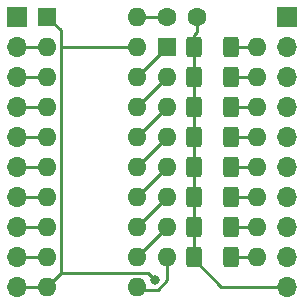
<source format=gtl>
G04 #@! TF.GenerationSoftware,KiCad,Pcbnew,(6.0.7-1)-1*
G04 #@! TF.CreationDate,2022-08-10T01:22:39+02:00*
G04 #@! TF.ProjectId,led_bar,6c65645f-6261-4722-9e6b-696361645f70,rev?*
G04 #@! TF.SameCoordinates,Original*
G04 #@! TF.FileFunction,Copper,L1,Top*
G04 #@! TF.FilePolarity,Positive*
%FSLAX46Y46*%
G04 Gerber Fmt 4.6, Leading zero omitted, Abs format (unit mm)*
G04 Created by KiCad (PCBNEW (6.0.7-1)-1) date 2022-08-10 01:22:39*
%MOMM*%
%LPD*%
G01*
G04 APERTURE LIST*
G04 Aperture macros list*
%AMRoundRect*
0 Rectangle with rounded corners*
0 $1 Rounding radius*
0 $2 $3 $4 $5 $6 $7 $8 $9 X,Y pos of 4 corners*
0 Add a 4 corners polygon primitive as box body*
4,1,4,$2,$3,$4,$5,$6,$7,$8,$9,$2,$3,0*
0 Add four circle primitives for the rounded corners*
1,1,$1+$1,$2,$3*
1,1,$1+$1,$4,$5*
1,1,$1+$1,$6,$7*
1,1,$1+$1,$8,$9*
0 Add four rect primitives between the rounded corners*
20,1,$1+$1,$2,$3,$4,$5,0*
20,1,$1+$1,$4,$5,$6,$7,0*
20,1,$1+$1,$6,$7,$8,$9,0*
20,1,$1+$1,$8,$9,$2,$3,0*%
G04 Aperture macros list end*
G04 #@! TA.AperFunction,SMDPad,CuDef*
%ADD10RoundRect,0.250000X0.400000X0.625000X-0.400000X0.625000X-0.400000X-0.625000X0.400000X-0.625000X0*%
G04 #@! TD*
G04 #@! TA.AperFunction,ComponentPad*
%ADD11C,1.600000*%
G04 #@! TD*
G04 #@! TA.AperFunction,ComponentPad*
%ADD12R,1.600000X1.600000*%
G04 #@! TD*
G04 #@! TA.AperFunction,ComponentPad*
%ADD13O,1.600000X1.600000*%
G04 #@! TD*
G04 #@! TA.AperFunction,ComponentPad*
%ADD14R,1.700000X1.700000*%
G04 #@! TD*
G04 #@! TA.AperFunction,ComponentPad*
%ADD15O,1.700000X1.700000*%
G04 #@! TD*
G04 #@! TA.AperFunction,ViaPad*
%ADD16C,0.800000*%
G04 #@! TD*
G04 #@! TA.AperFunction,Conductor*
%ADD17C,0.250000*%
G04 #@! TD*
G04 APERTURE END LIST*
D10*
X157760000Y-142240000D03*
X154660000Y-142240000D03*
D11*
X152400000Y-124460000D03*
X154900000Y-124460000D03*
D12*
X152400000Y-127000000D03*
D13*
X152400000Y-129540000D03*
X152400000Y-132080000D03*
X152400000Y-134620000D03*
X152400000Y-137160000D03*
X152400000Y-139700000D03*
X152400000Y-142240000D03*
X152400000Y-144780000D03*
X160020000Y-144780000D03*
X160020000Y-142240000D03*
X160020000Y-139700000D03*
X160020000Y-137160000D03*
X160020000Y-134620000D03*
X160020000Y-132080000D03*
X160020000Y-129540000D03*
X160020000Y-127000000D03*
D12*
X142240000Y-124460000D03*
D13*
X142240000Y-127000000D03*
X142240000Y-129540000D03*
X142240000Y-132080000D03*
X142240000Y-134620000D03*
X142240000Y-137160000D03*
X142240000Y-139700000D03*
X142240000Y-142240000D03*
X142240000Y-144780000D03*
X142240000Y-147320000D03*
X149860000Y-147320000D03*
X149860000Y-144780000D03*
X149860000Y-142240000D03*
X149860000Y-139700000D03*
X149860000Y-137160000D03*
X149860000Y-134620000D03*
X149860000Y-132080000D03*
X149860000Y-129540000D03*
X149860000Y-127000000D03*
X149860000Y-124460000D03*
D10*
X157760000Y-144780000D03*
X154660000Y-144780000D03*
X157760000Y-139700000D03*
X154660000Y-139700000D03*
X157760000Y-137160000D03*
X154660000Y-137160000D03*
X157760000Y-127000000D03*
X154660000Y-127000000D03*
X157760000Y-129540000D03*
X154660000Y-129540000D03*
X157760000Y-132080000D03*
X154660000Y-132080000D03*
X157760000Y-134620000D03*
X154660000Y-134620000D03*
D14*
X139700000Y-124460000D03*
D15*
X139700000Y-127000000D03*
X139700000Y-129540000D03*
X139700000Y-132080000D03*
X139700000Y-134620000D03*
X139700000Y-137160000D03*
X139700000Y-139700000D03*
X139700000Y-142240000D03*
X139700000Y-144780000D03*
X139700000Y-147320000D03*
D14*
X162560000Y-124460000D03*
D15*
X162560000Y-127000000D03*
X162560000Y-129540000D03*
X162560000Y-132080000D03*
X162560000Y-134620000D03*
X162560000Y-137160000D03*
X162560000Y-139700000D03*
X162560000Y-142240000D03*
X162560000Y-144780000D03*
X162560000Y-147320000D03*
D16*
X151384000Y-146774500D03*
D17*
X149860000Y-129540000D02*
X152400000Y-127000000D01*
X157760000Y-144780000D02*
X160020000Y-144780000D01*
X149860000Y-132080000D02*
X152400000Y-129540000D01*
X157760000Y-142240000D02*
X160020000Y-142240000D01*
X149860000Y-134620000D02*
X152400000Y-132080000D01*
X160020000Y-139700000D02*
X157760000Y-139700000D01*
X149860000Y-137160000D02*
X152400000Y-134620000D01*
X157760000Y-137160000D02*
X160020000Y-137160000D01*
X149860000Y-139700000D02*
X152400000Y-137160000D01*
X160020000Y-134620000D02*
X157760000Y-134620000D01*
X149860000Y-142240000D02*
X152400000Y-139700000D01*
X157760000Y-132080000D02*
X160020000Y-132080000D01*
X149860000Y-144780000D02*
X152400000Y-142240000D01*
X157760000Y-129540000D02*
X160020000Y-129540000D01*
X151609098Y-147574000D02*
X152400000Y-146783098D01*
X149860000Y-147320000D02*
X150114000Y-147574000D01*
X150114000Y-147574000D02*
X151609098Y-147574000D01*
X152400000Y-146783098D02*
X152400000Y-144780000D01*
X157760000Y-127000000D02*
X160020000Y-127000000D01*
X149860000Y-124460000D02*
X152400000Y-124460000D01*
X143365000Y-125585000D02*
X142240000Y-124460000D01*
X150804500Y-146195000D02*
X151384000Y-146774500D01*
X143365000Y-126855000D02*
X143365000Y-125585000D01*
X143365000Y-146195000D02*
X150804500Y-146195000D01*
X154900000Y-124460000D02*
X154900000Y-125770000D01*
X139700000Y-147320000D02*
X142240000Y-147320000D01*
X143365000Y-126855000D02*
X143510000Y-127000000D01*
X154660000Y-127000000D02*
X154660000Y-126010000D01*
X154660000Y-127000000D02*
X154660000Y-144780000D01*
X156972000Y-147320000D02*
X154660000Y-145008000D01*
X143365000Y-146195000D02*
X143365000Y-126855000D01*
X154660000Y-145008000D02*
X154660000Y-144780000D01*
X162560000Y-147320000D02*
X156972000Y-147320000D01*
X154900000Y-125770000D02*
X154660000Y-126010000D01*
X143510000Y-127000000D02*
X149860000Y-127000000D01*
X142240000Y-147320000D02*
X143365000Y-146195000D01*
X139700000Y-127000000D02*
X142240000Y-127000000D01*
X142240000Y-129540000D02*
X139700000Y-129540000D01*
X139700000Y-132080000D02*
X142240000Y-132080000D01*
X142240000Y-134620000D02*
X139700000Y-134620000D01*
X139700000Y-137160000D02*
X142240000Y-137160000D01*
X142240000Y-139700000D02*
X139700000Y-139700000D01*
X139700000Y-142240000D02*
X142240000Y-142240000D01*
X142240000Y-144780000D02*
X139700000Y-144780000D01*
M02*

</source>
